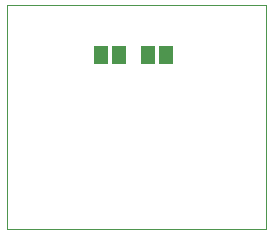
<source format=gbp>
G75*
%MOIN*%
%OFA0B0*%
%FSLAX24Y24*%
%IPPOS*%
%LPD*%
%AMOC8*
5,1,8,0,0,1.08239X$1,22.5*
%
%ADD10C,0.0000*%
%ADD11R,0.0460X0.0630*%
D10*
X000100Y000100D02*
X000100Y007580D01*
X008761Y007580D01*
X008761Y000100D01*
X000100Y000100D01*
D11*
X003245Y005907D03*
X003845Y005907D03*
X004820Y005907D03*
X005420Y005907D03*
M02*

</source>
